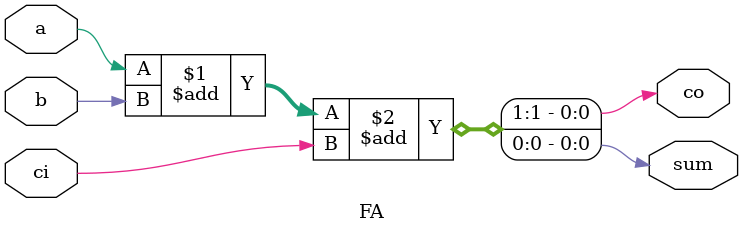
<source format=v>
module FA(input a,b,ci,output co,sum);
	assign {co,sum} = a+b+ci;
endmodule
</source>
